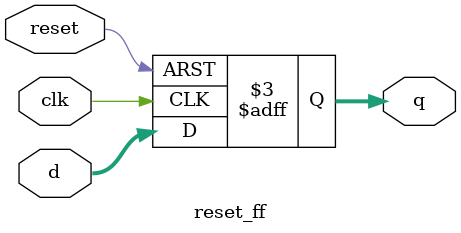
<source format=sv>

module reset_ff #(parameter WIDTH = 8)( // Parameterized
		input logic clk,
		input logic reset,
		input logic [WIDTH-1:0] d,
		output logic [WIDTH-1:0] q
		);

	always_ff@(posedge clk, negedge reset)
	begin 
		if (reset == 0) q <= 0;
		else q <= d;
	end

endmodule


</source>
